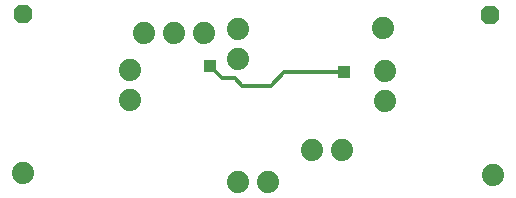
<source format=gbl>
G75*
%MOIN*%
%OFA0B0*%
%FSLAX25Y25*%
%IPPOS*%
%LPD*%
%AMOC8*
5,1,8,0,0,1.08239X$1,22.5*
%
%ADD10C,0.07400*%
%ADD11OC8,0.06300*%
%ADD12R,0.04362X0.04362*%
%ADD13C,0.01200*%
D10*
X0020099Y0018348D03*
X0055669Y0042502D03*
X0055669Y0052502D03*
X0060222Y0065000D03*
X0070222Y0065000D03*
X0080222Y0065000D03*
X0091549Y0066100D03*
X0091549Y0056100D03*
X0140528Y0052180D03*
X0140528Y0042180D03*
X0126305Y0025987D03*
X0116305Y0025987D03*
X0101594Y0015200D03*
X0091594Y0015200D03*
X0176596Y0017560D03*
X0140088Y0066508D03*
D11*
X0175573Y0071007D03*
X0019949Y0071104D03*
D12*
X0082205Y0053987D03*
X0127105Y0051787D03*
D13*
X0107005Y0051787D01*
X0102505Y0047287D01*
X0093105Y0047287D01*
X0090605Y0049787D01*
X0086405Y0049787D01*
X0082205Y0053987D01*
M02*

</source>
